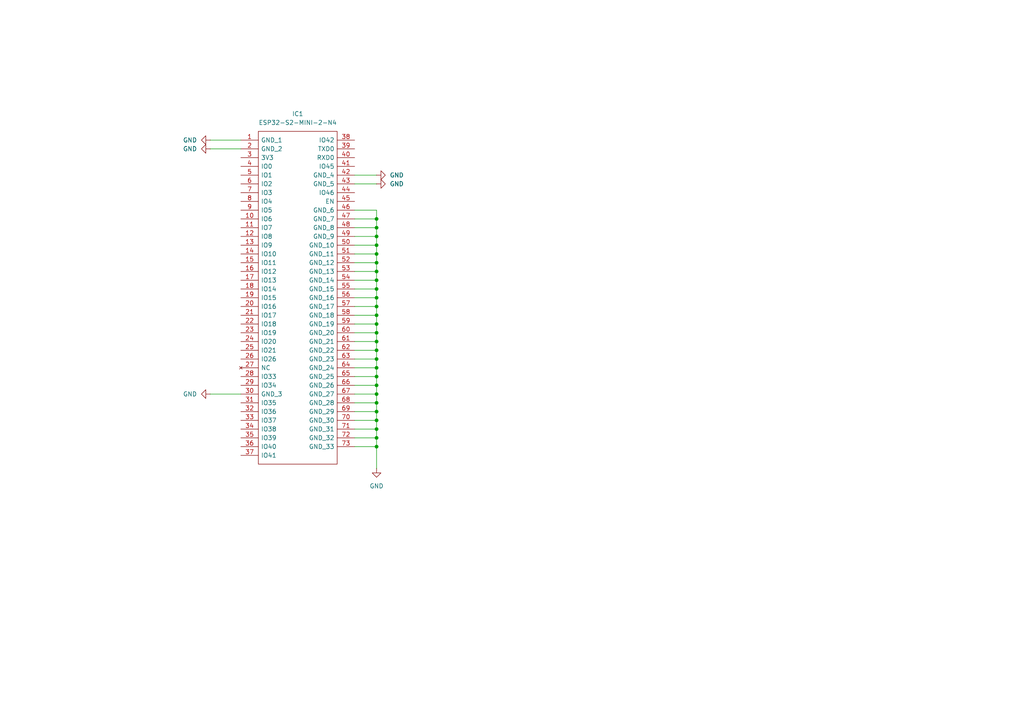
<source format=kicad_sch>
(kicad_sch (version 20231120) (generator "eeschema") (generator_version "8.0")
  (paper "A4")
  (lib_symbols
    (symbol "MCU_Espressif:ESP32-S2-MINI-2-N4" (pin_names (offset 0.762))
      (property "Reference" "IC" (at 29.21 7.62 0))
      (property "Value" "ESP32-S2-MINI-2-N4" (at 29.21 5.08 0))
      (symbol "ESP32-S2-MINI-2-N4_0_0"
        (pin passive line (at 0 0 0) (length 5.08) (name "GND_1") (number "1"))
        (pin passive line (at 0 -22.86 0) (length 5.08) (name "IO6") (number "10"))
        (pin passive line (at 0 -25.4 0) (length 5.08) (name "IO7") (number "11"))
        (pin passive line (at 0 -27.94 0) (length 5.08) (name "IO8") (number "12"))
        (pin passive line (at 0 -30.48 0) (length 5.08) (name "IO9") (number "13"))
        (pin passive line (at 0 -33.02 0) (length 5.08) (name "IO10") (number "14"))
        (pin passive line (at 0 -35.56 0) (length 5.08) (name "IO11") (number "15"))
        (pin passive line (at 0 -38.1 0) (length 5.08) (name "IO12") (number "16"))
        (pin passive line (at 0 -40.64 0) (length 5.08) (name "IO13") (number "17"))
        (pin passive line (at 0 -43.18 0) (length 5.08) (name "IO14") (number "18"))
        (pin passive line (at 0 -45.72 0) (length 5.08) (name "IO15") (number "19"))
        (pin passive line (at 0 -2.54 0) (length 5.08) (name "GND_2") (number "2"))
        (pin passive line (at 0 -48.26 0) (length 5.08) (name "IO16") (number "20"))
        (pin passive line (at 0 -50.8 0) (length 5.08) (name "IO17") (number "21"))
        (pin passive line (at 0 -53.34 0) (length 5.08) (name "IO18") (number "22"))
        (pin passive line (at 0 -55.88 0) (length 5.08) (name "IO19") (number "23"))
        (pin passive line (at 0 -58.42 0) (length 5.08) (name "IO20") (number "24"))
        (pin passive line (at 0 -60.96 0) (length 5.08) (name "IO21") (number "25"))
        (pin passive line (at 0 -63.5 0) (length 5.08) (name "IO26") (number "26"))
        (pin no_connect line (at 0 -66.04 0) (length 5.08) (name "NC") (number "27"))
        (pin passive line (at 0 -68.58 0) (length 5.08) (name "IO33") (number "28"))
        (pin passive line (at 0 -71.12 0) (length 5.08) (name "IO34") (number "29"))
        (pin passive line (at 0 -5.08 0) (length 5.08) (name "3V3") (number "3"))
        (pin passive line (at 0 -73.66 0) (length 5.08) (name "GND_3") (number "30"))
        (pin passive line (at 0 -76.2 0) (length 5.08) (name "IO35") (number "31"))
        (pin passive line (at 0 -78.74 0) (length 5.08) (name "IO36") (number "32"))
        (pin passive line (at 0 -81.28 0) (length 5.08) (name "IO37") (number "33"))
        (pin passive line (at 0 -83.82 0) (length 5.08) (name "IO38") (number "34"))
        (pin passive line (at 0 -86.36 0) (length 5.08) (name "IO39") (number "35"))
        (pin passive line (at 0 -88.9 0) (length 5.08) (name "IO40") (number "36"))
        (pin passive line (at 0 -91.44 0) (length 5.08) (name "IO41") (number "37"))
        (pin passive line (at 33.02 0 180) (length 5.08) (name "IO42") (number "38"))
        (pin passive line (at 33.02 -2.54 180) (length 5.08) (name "TXD0") (number "39"))
        (pin passive line (at 0 -7.62 0) (length 5.08) (name "IO0") (number "4"))
        (pin passive line (at 33.02 -5.08 180) (length 5.08) (name "RXD0") (number "40"))
        (pin passive line (at 33.02 -7.62 180) (length 5.08) (name "IO45") (number "41"))
        (pin passive line (at 33.02 -10.16 180) (length 5.08) (name "GND_4") (number "42"))
        (pin passive line (at 33.02 -12.7 180) (length 5.08) (name "GND_5") (number "43"))
        (pin passive line (at 33.02 -15.24 180) (length 5.08) (name "IO46") (number "44"))
        (pin passive line (at 33.02 -17.78 180) (length 5.08) (name "EN") (number "45"))
        (pin passive line (at 33.02 -20.32 180) (length 5.08) (name "GND_6") (number "46"))
        (pin passive line (at 33.02 -22.86 180) (length 5.08) (name "GND_7") (number "47"))
        (pin passive line (at 33.02 -25.4 180) (length 5.08) (name "GND_8") (number "48"))
        (pin passive line (at 33.02 -27.94 180) (length 5.08) (name "GND_9") (number "49"))
        (pin passive line (at 0 -10.16 0) (length 5.08) (name "IO1") (number "5"))
        (pin passive line (at 33.02 -30.48 180) (length 5.08) (name "GND_10") (number "50"))
        (pin passive line (at 33.02 -33.02 180) (length 5.08) (name "GND_11") (number "51"))
        (pin passive line (at 33.02 -35.56 180) (length 5.08) (name "GND_12") (number "52"))
        (pin passive line (at 33.02 -38.1 180) (length 5.08) (name "GND_13") (number "53"))
        (pin passive line (at 33.02 -40.64 180) (length 5.08) (name "GND_14") (number "54"))
        (pin passive line (at 33.02 -43.18 180) (length 5.08) (name "GND_15") (number "55"))
        (pin passive line (at 33.02 -45.72 180) (length 5.08) (name "GND_16") (number "56"))
        (pin passive line (at 33.02 -48.26 180) (length 5.08) (name "GND_17") (number "57"))
        (pin passive line (at 33.02 -50.8 180) (length 5.08) (name "GND_18") (number "58"))
        (pin passive line (at 33.02 -53.34 180) (length 5.08) (name "GND_19") (number "59"))
        (pin passive line (at 0 -12.7 0) (length 5.08) (name "IO2") (number "6"))
        (pin passive line (at 33.02 -55.88 180) (length 5.08) (name "GND_20") (number "60"))
        (pin passive line (at 33.02 -58.42 180) (length 5.08) (name "GND_21") (number "61"))
        (pin passive line (at 33.02 -60.96 180) (length 5.08) (name "GND_22") (number "62"))
        (pin passive line (at 33.02 -63.5 180) (length 5.08) (name "GND_23") (number "63"))
        (pin passive line (at 33.02 -66.04 180) (length 5.08) (name "GND_24") (number "64"))
        (pin passive line (at 33.02 -68.58 180) (length 5.08) (name "GND_25") (number "65"))
        (pin passive line (at 33.02 -71.12 180) (length 5.08) (name "GND_26") (number "66"))
        (pin passive line (at 33.02 -73.66 180) (length 5.08) (name "GND_27") (number "67"))
        (pin passive line (at 33.02 -76.2 180) (length 5.08) (name "GND_28") (number "68"))
        (pin passive line (at 33.02 -78.74 180) (length 5.08) (name "GND_29") (number "69"))
        (pin passive line (at 0 -15.24 0) (length 5.08) (name "IO3") (number "7"))
        (pin passive line (at 33.02 -81.28 180) (length 5.08) (name "GND_30") (number "70"))
        (pin passive line (at 33.02 -83.82 180) (length 5.08) (name "GND_31") (number "71"))
        (pin passive line (at 33.02 -86.36 180) (length 5.08) (name "GND_32") (number "72"))
        (pin passive line (at 33.02 -88.9 180) (length 5.08) (name "GND_33") (number "73"))
        (pin passive line (at 0 -17.78 0) (length 5.08) (name "IO4") (number "8"))
        (pin passive line (at 0 -20.32 0) (length 5.08) (name "IO5") (number "9"))
      )
      (symbol "ESP32-S2-MINI-2-N4_0_1"
        (polyline (pts (xy 5.08 2.54) (xy 27.94 2.54) (xy 27.94 -93.98) (xy 5.08 -93.98) (xy 5.08 2.54)) (stroke (width 0.1524)))
      )
    )
    (symbol "power:GND" (power) (pin_numbers hide) (pin_names (offset 0) hide)
      (property "Value" "GND" (at 0 -3.81 0))
      (symbol "GND_0_1"
        (polyline (pts (xy 0 0) (xy 0 -1.27) (xy 1.27 -1.27) (xy 0 -2.54) (xy -1.27 -1.27) (xy 0 -1.27)))
      )
      (symbol "GND_1_1"
        (pin power_in line (at 0 0 270) (length 0) (name "~") (number "1"))
      )
    )
  )
  (junction (at 109.22 93.98))
  (junction (at 109.22 81.28))
  (junction (at 109.22 121.92))
  (junction (at 109.22 101.6))
  (junction (at 109.22 96.52))
  (junction (at 109.22 116.84))
  (junction (at 109.22 83.82))
  (junction (at 109.22 78.74))
  (junction (at 109.22 76.2))
  (junction (at 109.22 106.68))
  (junction (at 109.22 66.04))
  (junction (at 109.22 86.36))
  (junction (at 109.22 104.14))
  (junction (at 109.22 124.46))
  (junction (at 109.22 109.22))
  (junction (at 109.22 71.12))
  (junction (at 109.22 129.54))
  (junction (at 109.22 63.5))
  (junction (at 109.22 114.3))
  (junction (at 109.22 119.38))
  (junction (at 109.22 68.58))
  (junction (at 109.22 88.9))
  (junction (at 109.22 73.66))
  (junction (at 109.22 91.44))
  (junction (at 109.22 127))
  (junction (at 109.22 111.76))
  (junction (at 109.22 99.06))
  (wire (pts (xy 109.22 104.14) (xy 109.22 106.68)))
  (wire (pts (xy 109.22 99.06) (xy 109.22 101.6)))
  (wire (pts (xy 109.22 68.58) (xy 109.22 71.12)))
  (wire (pts (xy 102.87 101.6) (xy 109.22 101.6)))
  (wire (pts (xy 109.22 91.44) (xy 109.22 93.98)))
  (wire (pts (xy 102.87 119.38) (xy 109.22 119.38)))
  (wire (pts (xy 109.22 114.3) (xy 109.22 116.84)))
  (wire (pts (xy 109.22 96.52) (xy 109.22 99.06)))
  (wire (pts (xy 109.22 63.5) (xy 109.22 66.04)))
  (wire (pts (xy 109.22 111.76) (xy 109.22 114.3)))
  (wire (pts (xy 102.87 76.2) (xy 109.22 76.2)))
  (wire (pts (xy 102.87 106.68) (xy 109.22 106.68)))
  (wire (pts (xy 102.87 109.22) (xy 109.22 109.22)))
  (wire (pts (xy 109.22 66.04) (xy 109.22 68.58)))
  (wire (pts (xy 102.87 124.46) (xy 109.22 124.46)))
  (wire (pts (xy 109.22 116.84) (xy 109.22 119.38)))
  (wire (pts (xy 102.87 96.52) (xy 109.22 96.52)))
  (wire (pts (xy 102.87 99.06) (xy 109.22 99.06)))
  (wire (pts (xy 102.87 88.9) (xy 109.22 88.9)))
  (wire (pts (xy 102.87 68.58) (xy 109.22 68.58)))
  (wire (pts (xy 60.96 40.64) (xy 69.85 40.64)))
  (wire (pts (xy 102.87 78.74) (xy 109.22 78.74)))
  (wire (pts (xy 102.87 53.34) (xy 109.22 53.34)))
  (wire (pts (xy 102.87 104.14) (xy 109.22 104.14)))
  (wire (pts (xy 109.22 60.96) (xy 109.22 63.5)))
  (wire (pts (xy 109.22 121.92) (xy 109.22 124.46)))
  (wire (pts (xy 109.22 73.66) (xy 109.22 76.2)))
  (wire (pts (xy 109.22 127) (xy 109.22 129.54)))
  (wire (pts (xy 102.87 73.66) (xy 109.22 73.66)))
  (wire (pts (xy 102.87 66.04) (xy 109.22 66.04)))
  (wire (pts (xy 109.22 83.82) (xy 109.22 86.36)))
  (wire (pts (xy 109.22 76.2) (xy 109.22 78.74)))
  (wire (pts (xy 109.22 101.6) (xy 109.22 104.14)))
  (wire (pts (xy 109.22 78.74) (xy 109.22 81.28)))
  (wire (pts (xy 102.87 116.84) (xy 109.22 116.84)))
  (wire (pts (xy 109.22 88.9) (xy 109.22 91.44)))
  (wire (pts (xy 102.87 127) (xy 109.22 127)))
  (wire (pts (xy 102.87 81.28) (xy 109.22 81.28)))
  (wire (pts (xy 109.22 106.68) (xy 109.22 109.22)))
  (wire (pts (xy 109.22 93.98) (xy 109.22 96.52)))
  (wire (pts (xy 102.87 91.44) (xy 109.22 91.44)))
  (wire (pts (xy 102.87 83.82) (xy 109.22 83.82)))
  (wire (pts (xy 109.22 129.54) (xy 109.22 135.89)))
  (wire (pts (xy 102.87 129.54) (xy 109.22 129.54)))
  (wire (pts (xy 102.87 111.76) (xy 109.22 111.76)))
  (wire (pts (xy 109.22 81.28) (xy 109.22 83.82)))
  (wire (pts (xy 60.96 114.3) (xy 69.85 114.3)))
  (wire (pts (xy 102.87 71.12) (xy 109.22 71.12)))
  (wire (pts (xy 109.22 86.36) (xy 109.22 88.9)))
  (wire (pts (xy 102.87 63.5) (xy 109.22 63.5)))
  (wire (pts (xy 109.22 71.12) (xy 109.22 73.66)))
  (wire (pts (xy 109.22 124.46) (xy 109.22 127)))
  (wire (pts (xy 102.87 60.96) (xy 109.22 60.96)))
  (wire (pts (xy 102.87 121.92) (xy 109.22 121.92)))
  (wire (pts (xy 102.87 114.3) (xy 109.22 114.3)))
  (wire (pts (xy 102.87 50.8) (xy 109.22 50.8)))
  (wire (pts (xy 102.87 93.98) (xy 109.22 93.98)))
  (wire (pts (xy 109.22 119.38) (xy 109.22 121.92)))
  (wire (pts (xy 102.87 86.36) (xy 109.22 86.36)))
  (wire (pts (xy 60.96 43.18) (xy 69.85 43.18)))
  (wire (pts (xy 109.22 109.22) (xy 109.22 111.76)))
  (symbol (lib_id "power:GND") (at 60.96 114.3 270) (unit 1)
    (property "Reference" "#PWR05" (effects (hide yes)))
    (property "Value" "GND" (at 57.15 114.2999 90) (effects (justify right)))
    (property "Description" "Power symbol creates a global label with name \"GND\" , ground" (effects (hide yes)))
  )
  (symbol (lib_id "power:GND") (at 60.96 43.18 270) (unit 1)
    (property "Reference" "#PWR02" (effects (hide yes)))
    (property "Value" "GND" (at 57.15 43.1799 90) (effects (justify right)))
    (property "Description" "Power symbol creates a global label with name \"GND\" , ground" (effects (hide yes)))
  )
  (symbol (lib_id "power:GND") (at 109.22 53.34 90) (unit 1)
    (property "Reference" "#PWR04" (effects (hide yes)))
    (property "Value" "GND" (at 113.03 53.3399 90) (effects (justify right)))
    (property "Description" "Power symbol creates a global label with name \"GND\" , ground" (effects (hide yes)))
  )
  (symbol (lib_id "power:GND") (at 109.22 50.8 90) (unit 1)
    (property "Reference" "#PWR03" (effects (hide yes)))
    (property "Value" "GND" (at 113.03 50.7999 90) (effects (justify right)))
    (property "Description" "Power symbol creates a global label with name \"GND\" , ground" (effects (hide yes)))
  )
  (symbol (lib_id "power:GND") (at 109.22 135.89 0) (unit 1)
    (property "Reference" "#PWR06" (effects (hide yes)))
    (property "Value" "GND" (at 109.22 140.97 0))
    (property "Description" "Power symbol creates a global label with name \"GND\" , ground" (effects (hide yes)))
  )
  (symbol (lib_id "power:GND") (at 60.96 40.64 270) (unit 1)
    (property "Reference" "#PWR01" (effects (hide yes)))
    (property "Value" "GND" (at 57.15 40.6399 90) (effects (justify right)))
    (property "Description" "Power symbol creates a global label with name \"GND\" , ground" (effects (hide yes)))
  )
  (symbol (lib_id "MCU_Espressif:ESP32-S2-MINI-2-N4") (at 69.85 40.64 0) (unit 1)
    (property "Reference" "IC1" (at 86.36 33.02 0))
    (property "Value" "ESP32-S2-MINI-2-N4" (at 86.36 35.56 0))
    (property "Footprint" "ESP32S2MINI2N4" (effects (hide yes)))
    (property "Datasheet" "https://www.espressif.com/sites/default/files/documentation/esp32-s2-mini-2_esp32-s2-mini-2u_datasheet_en.pdf" (effects (hide yes)))
    (property "Description" "WiFi Modules - 802.11 SMD module, ESP32-S2FH4 ECO1 with 4 MB flash die inside, PCB antenna" (effects (hide yes)))
    (property "Height" "2.55" (effects (hide yes)))
    (property "Mouser Part Number" "356-ESP32MINI-2-N4" (effects (hide yes)))
    (property "Mouser Price/Stock" "https://www.mouser.co.uk/ProductDetail/Espressif-Systems/ESP32-S2-MINI-2-N4?qs=vvQtp7zwQdM3K3%252BMqU8BtA%3D%3D" (effects (hide yes)))
    (property "Manufacturer_Name" "Espressif Systems" (effects (hide yes)))
    (property "Manufacturer_Part_Number" "ESP32-S2-MINI-2-N4" (effects (hide yes)))
  )
)
</source>
